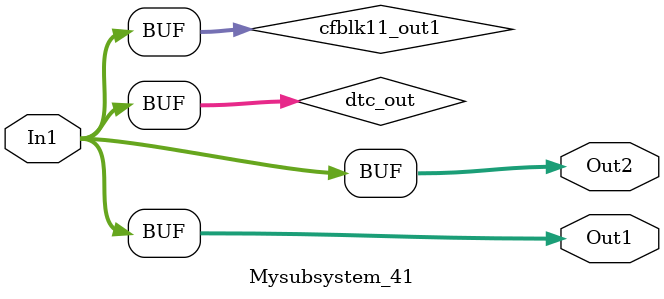
<source format=v>



`timescale 1 ns / 1 ns

module Mysubsystem_41
          (In1,
           Out1,
           Out2);


  input   [7:0] In1;  // uint8
  output  [7:0] Out1;  // uint8
  output  [7:0] Out2;  // uint8


  wire [7:0] dtc_out;  // ufix8
  wire [7:0] cfblk11_out1;  // uint8


  assign dtc_out = In1;



  assign cfblk11_out1 = dtc_out;



  assign Out1 = cfblk11_out1;

  assign Out2 = In1;

endmodule  // Mysubsystem_41


</source>
